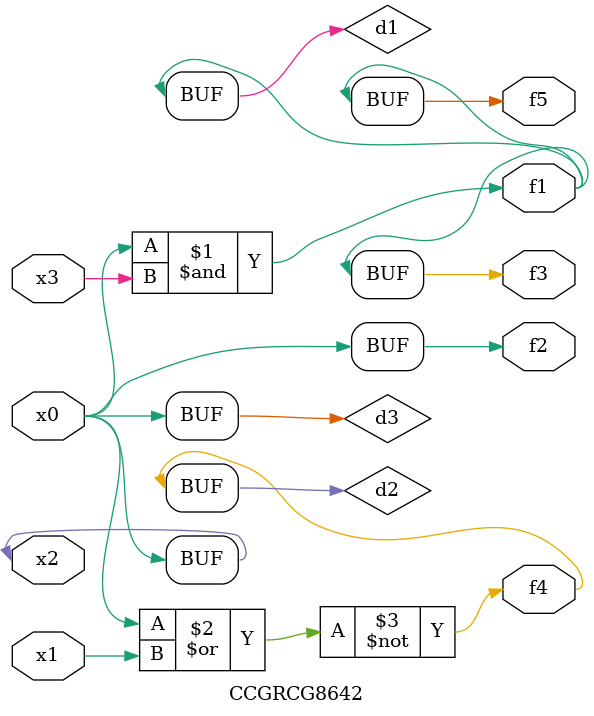
<source format=v>
module CCGRCG8642(
	input x0, x1, x2, x3,
	output f1, f2, f3, f4, f5
);

	wire d1, d2, d3;

	and (d1, x2, x3);
	nor (d2, x0, x1);
	buf (d3, x0, x2);
	assign f1 = d1;
	assign f2 = d3;
	assign f3 = d1;
	assign f4 = d2;
	assign f5 = d1;
endmodule

</source>
